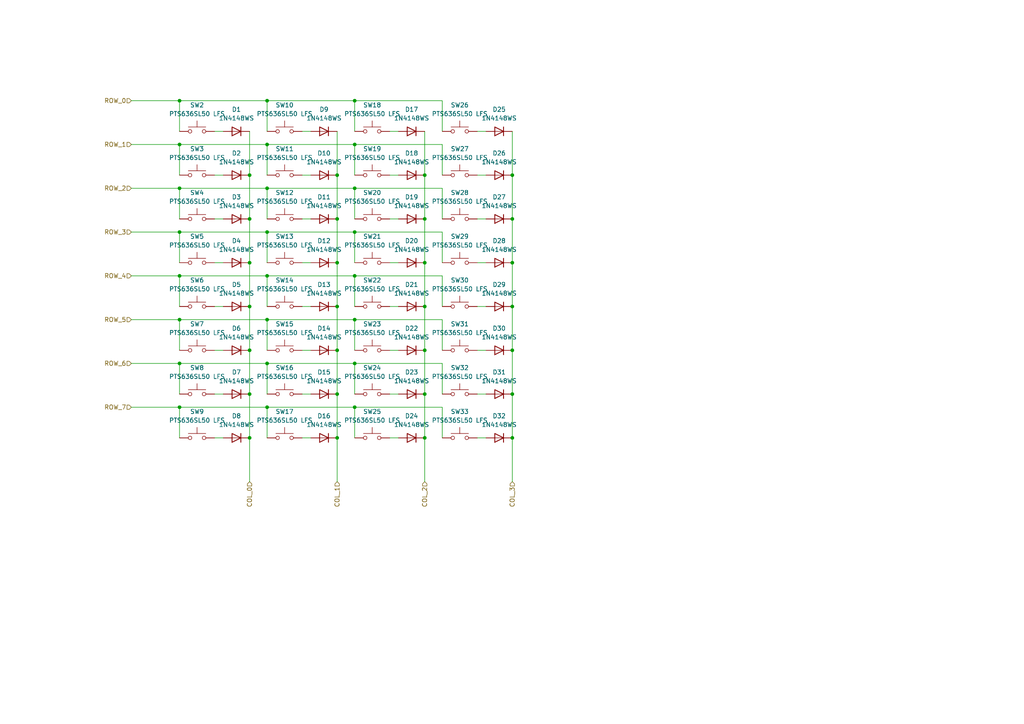
<source format=kicad_sch>
(kicad_sch (version 20250114) (generator "eeschema") (generator_version "9.0")
  (paper "A4")
  (lib_symbols
    (symbol "Device:D" (pin_numbers (hide yes)) (pin_names (offset 1.016) (hide yes))
      (property "Reference" "D" (at 0 2.54 0))
      (property "Value" "D" (at 0 -2.54 0))
      (symbol "D_0_1"
        (polyline (pts (xy -1.27 1.27) (xy -1.27 -1.27)) (stroke (width 0.254)))
        (polyline (pts (xy 1.27 1.27) (xy 1.27 -1.27) (xy -1.27 0) (xy 1.27 1.27)) (stroke (width 0.254)))
        (polyline (pts (xy 1.27 0) (xy -1.27 0)))
      )
      (symbol "D_1_1"
        (pin passive line (at -3.81 0 0) (length 2.54) (name "K") (number "1"))
        (pin passive line (at 3.81 0 180) (length 2.54) (name "A") (number "2"))
      )
    )
    (symbol "Switch:SW_Push" (pin_numbers (hide yes)) (pin_names (offset 1.016) (hide yes))
      (property "Reference" "SW" (at 1.27 2.54 0))
      (property "Value" "SW_Push" (at 0 -1.524 0))
      (symbol "SW_Push_0_1"
        (circle (center -2.032 0) (radius 0.508))
        (polyline (pts (xy 0 1.27) (xy 0 3.048)))
        (circle (center 2.032 0) (radius 0.508))
        (polyline (pts (xy 2.54 1.27) (xy -2.54 1.27)))
        (pin passive line (at -5.08 0 0) (length 2.54) (name "1") (number "1"))
        (pin passive line (at 5.08 0 180) (length 2.54) (name "2") (number "2"))
      )
    )
  )
  (junction (at 97.79 63.5))
  (junction (at 97.79 88.9))
  (junction (at 97.79 76.2))
  (junction (at 97.79 101.6))
  (junction (at 52.07 118.11))
  (junction (at 123.19 76.2))
  (junction (at 52.07 92.71))
  (junction (at 72.39 63.5))
  (junction (at 123.19 101.6))
  (junction (at 148.59 63.5))
  (junction (at 123.19 50.8))
  (junction (at 52.07 54.61))
  (junction (at 52.07 80.01))
  (junction (at 148.59 114.3))
  (junction (at 123.19 63.5))
  (junction (at 77.47 118.11))
  (junction (at 77.47 67.31))
  (junction (at 102.87 67.31))
  (junction (at 72.39 101.6))
  (junction (at 77.47 92.71))
  (junction (at 77.47 80.01))
  (junction (at 123.19 88.9))
  (junction (at 123.19 127))
  (junction (at 72.39 114.3))
  (junction (at 77.47 41.91))
  (junction (at 102.87 92.71))
  (junction (at 77.47 105.41))
  (junction (at 123.19 114.3))
  (junction (at 77.47 54.61))
  (junction (at 72.39 76.2))
  (junction (at 148.59 101.6))
  (junction (at 102.87 118.11))
  (junction (at 52.07 41.91))
  (junction (at 102.87 80.01))
  (junction (at 72.39 50.8))
  (junction (at 102.87 41.91))
  (junction (at 148.59 88.9))
  (junction (at 97.79 114.3))
  (junction (at 77.47 29.21))
  (junction (at 148.59 127))
  (junction (at 97.79 50.8))
  (junction (at 148.59 76.2))
  (junction (at 102.87 54.61))
  (junction (at 52.07 67.31))
  (junction (at 102.87 105.41))
  (junction (at 72.39 127))
  (junction (at 97.79 127))
  (junction (at 52.07 105.41))
  (junction (at 72.39 88.9))
  (junction (at 52.07 29.21))
  (junction (at 102.87 29.21))
  (junction (at 148.59 50.8))
  (wire (pts (xy 87.63 127) (xy 90.17 127)))
  (wire (pts (xy 102.87 92.71) (xy 128.27 92.71)))
  (wire (pts (xy 52.07 105.41) (xy 52.07 114.3)))
  (wire (pts (xy 52.07 105.41) (xy 77.47 105.41)))
  (wire (pts (xy 123.19 127) (xy 123.19 139.7)))
  (wire (pts (xy 123.19 88.9) (xy 123.19 101.6)))
  (wire (pts (xy 62.23 114.3) (xy 64.77 114.3)))
  (wire (pts (xy 102.87 67.31) (xy 128.27 67.31)))
  (wire (pts (xy 113.03 63.5) (xy 115.57 63.5)))
  (wire (pts (xy 138.43 50.8) (xy 140.97 50.8)))
  (wire (pts (xy 138.43 76.2) (xy 140.97 76.2)))
  (wire (pts (xy 138.43 38.1) (xy 140.97 38.1)))
  (wire (pts (xy 77.47 80.01) (xy 77.47 88.9)))
  (wire (pts (xy 38.1 80.01) (xy 52.07 80.01)))
  (wire (pts (xy 62.23 88.9) (xy 64.77 88.9)))
  (wire (pts (xy 123.19 38.1) (xy 123.19 50.8)))
  (wire (pts (xy 62.23 127) (xy 64.77 127)))
  (wire (pts (xy 97.79 127) (xy 97.79 139.7)))
  (wire (pts (xy 113.03 127) (xy 115.57 127)))
  (wire (pts (xy 113.03 76.2) (xy 115.57 76.2)))
  (wire (pts (xy 77.47 54.61) (xy 77.47 63.5)))
  (wire (pts (xy 128.27 118.11) (xy 128.27 127)))
  (wire (pts (xy 77.47 92.71) (xy 102.87 92.71)))
  (wire (pts (xy 72.39 38.1) (xy 72.39 50.8)))
  (wire (pts (xy 52.07 41.91) (xy 52.07 50.8)))
  (wire (pts (xy 102.87 67.31) (xy 102.87 76.2)))
  (wire (pts (xy 138.43 63.5) (xy 140.97 63.5)))
  (wire (pts (xy 128.27 67.31) (xy 128.27 76.2)))
  (wire (pts (xy 102.87 105.41) (xy 102.87 114.3)))
  (wire (pts (xy 38.1 118.11) (xy 52.07 118.11)))
  (wire (pts (xy 62.23 63.5) (xy 64.77 63.5)))
  (wire (pts (xy 38.1 105.41) (xy 52.07 105.41)))
  (wire (pts (xy 87.63 101.6) (xy 90.17 101.6)))
  (wire (pts (xy 87.63 38.1) (xy 90.17 38.1)))
  (wire (pts (xy 113.03 101.6) (xy 115.57 101.6)))
  (wire (pts (xy 102.87 80.01) (xy 128.27 80.01)))
  (wire (pts (xy 38.1 41.91) (xy 52.07 41.91)))
  (wire (pts (xy 52.07 118.11) (xy 52.07 127)))
  (wire (pts (xy 102.87 118.11) (xy 102.87 127)))
  (wire (pts (xy 102.87 41.91) (xy 102.87 50.8)))
  (wire (pts (xy 77.47 80.01) (xy 102.87 80.01)))
  (wire (pts (xy 123.19 114.3) (xy 123.19 127)))
  (wire (pts (xy 87.63 63.5) (xy 90.17 63.5)))
  (wire (pts (xy 148.59 38.1) (xy 148.59 50.8)))
  (wire (pts (xy 77.47 29.21) (xy 77.47 38.1)))
  (wire (pts (xy 38.1 92.71) (xy 52.07 92.71)))
  (wire (pts (xy 52.07 92.71) (xy 77.47 92.71)))
  (wire (pts (xy 52.07 92.71) (xy 52.07 101.6)))
  (wire (pts (xy 97.79 114.3) (xy 97.79 127)))
  (wire (pts (xy 87.63 114.3) (xy 90.17 114.3)))
  (wire (pts (xy 77.47 118.11) (xy 102.87 118.11)))
  (wire (pts (xy 113.03 114.3) (xy 115.57 114.3)))
  (wire (pts (xy 128.27 92.71) (xy 128.27 101.6)))
  (wire (pts (xy 102.87 29.21) (xy 128.27 29.21)))
  (wire (pts (xy 52.07 54.61) (xy 52.07 63.5)))
  (wire (pts (xy 52.07 29.21) (xy 77.47 29.21)))
  (wire (pts (xy 72.39 50.8) (xy 72.39 63.5)))
  (wire (pts (xy 52.07 41.91) (xy 77.47 41.91)))
  (wire (pts (xy 102.87 118.11) (xy 128.27 118.11)))
  (wire (pts (xy 97.79 76.2) (xy 97.79 88.9)))
  (wire (pts (xy 128.27 105.41) (xy 128.27 114.3)))
  (wire (pts (xy 77.47 29.21) (xy 102.87 29.21)))
  (wire (pts (xy 72.39 88.9) (xy 72.39 101.6)))
  (wire (pts (xy 77.47 118.11) (xy 77.47 127)))
  (wire (pts (xy 123.19 76.2) (xy 123.19 88.9)))
  (wire (pts (xy 128.27 41.91) (xy 128.27 50.8)))
  (wire (pts (xy 102.87 80.01) (xy 102.87 88.9)))
  (wire (pts (xy 62.23 38.1) (xy 64.77 38.1)))
  (wire (pts (xy 52.07 80.01) (xy 52.07 88.9)))
  (wire (pts (xy 72.39 63.5) (xy 72.39 76.2)))
  (wire (pts (xy 52.07 80.01) (xy 77.47 80.01)))
  (wire (pts (xy 62.23 50.8) (xy 64.77 50.8)))
  (wire (pts (xy 52.07 118.11) (xy 77.47 118.11)))
  (wire (pts (xy 138.43 101.6) (xy 140.97 101.6)))
  (wire (pts (xy 148.59 127) (xy 148.59 139.7)))
  (wire (pts (xy 138.43 127) (xy 140.97 127)))
  (wire (pts (xy 148.59 76.2) (xy 148.59 88.9)))
  (wire (pts (xy 77.47 92.71) (xy 77.47 101.6)))
  (wire (pts (xy 102.87 54.61) (xy 128.27 54.61)))
  (wire (pts (xy 128.27 80.01) (xy 128.27 88.9)))
  (wire (pts (xy 97.79 63.5) (xy 97.79 76.2)))
  (wire (pts (xy 77.47 41.91) (xy 77.47 50.8)))
  (wire (pts (xy 38.1 29.21) (xy 52.07 29.21)))
  (wire (pts (xy 128.27 54.61) (xy 128.27 63.5)))
  (wire (pts (xy 77.47 41.91) (xy 102.87 41.91)))
  (wire (pts (xy 123.19 50.8) (xy 123.19 63.5)))
  (wire (pts (xy 97.79 50.8) (xy 97.79 63.5)))
  (wire (pts (xy 102.87 54.61) (xy 102.87 63.5)))
  (wire (pts (xy 38.1 67.31) (xy 52.07 67.31)))
  (wire (pts (xy 128.27 29.21) (xy 128.27 38.1)))
  (wire (pts (xy 62.23 101.6) (xy 64.77 101.6)))
  (wire (pts (xy 87.63 88.9) (xy 90.17 88.9)))
  (wire (pts (xy 123.19 63.5) (xy 123.19 76.2)))
  (wire (pts (xy 77.47 67.31) (xy 77.47 76.2)))
  (wire (pts (xy 77.47 105.41) (xy 77.47 114.3)))
  (wire (pts (xy 87.63 76.2) (xy 90.17 76.2)))
  (wire (pts (xy 38.1 54.61) (xy 52.07 54.61)))
  (wire (pts (xy 87.63 50.8) (xy 90.17 50.8)))
  (wire (pts (xy 148.59 114.3) (xy 148.59 127)))
  (wire (pts (xy 72.39 76.2) (xy 72.39 88.9)))
  (wire (pts (xy 148.59 50.8) (xy 148.59 63.5)))
  (wire (pts (xy 52.07 67.31) (xy 77.47 67.31)))
  (wire (pts (xy 148.59 101.6) (xy 148.59 114.3)))
  (wire (pts (xy 97.79 101.6) (xy 97.79 114.3)))
  (wire (pts (xy 102.87 92.71) (xy 102.87 101.6)))
  (wire (pts (xy 72.39 127) (xy 72.39 139.7)))
  (wire (pts (xy 113.03 38.1) (xy 115.57 38.1)))
  (wire (pts (xy 72.39 114.3) (xy 72.39 127)))
  (wire (pts (xy 72.39 101.6) (xy 72.39 114.3)))
  (wire (pts (xy 113.03 88.9) (xy 115.57 88.9)))
  (wire (pts (xy 77.47 54.61) (xy 102.87 54.61)))
  (wire (pts (xy 148.59 63.5) (xy 148.59 76.2)))
  (wire (pts (xy 138.43 88.9) (xy 140.97 88.9)))
  (wire (pts (xy 62.23 76.2) (xy 64.77 76.2)))
  (wire (pts (xy 102.87 29.21) (xy 102.87 38.1)))
  (wire (pts (xy 52.07 54.61) (xy 77.47 54.61)))
  (wire (pts (xy 97.79 88.9) (xy 97.79 101.6)))
  (wire (pts (xy 52.07 29.21) (xy 52.07 38.1)))
  (wire (pts (xy 102.87 41.91) (xy 128.27 41.91)))
  (wire (pts (xy 113.03 50.8) (xy 115.57 50.8)))
  (wire (pts (xy 102.87 105.41) (xy 128.27 105.41)))
  (wire (pts (xy 52.07 67.31) (xy 52.07 76.2)))
  (wire (pts (xy 77.47 105.41) (xy 102.87 105.41)))
  (wire (pts (xy 148.59 88.9) (xy 148.59 101.6)))
  (wire (pts (xy 138.43 114.3) (xy 140.97 114.3)))
  (wire (pts (xy 123.19 101.6) (xy 123.19 114.3)))
  (wire (pts (xy 77.47 67.31) (xy 102.87 67.31)))
  (wire (pts (xy 97.79 38.1) (xy 97.79 50.8)))
  (hierarchical_label "ROW_6" (shape input) (at 38.1 105.41 180))
  (hierarchical_label "ROW_5" (shape input) (at 38.1 92.71 180))
  (hierarchical_label "ROW_4" (shape input) (at 38.1 80.01 180))
  (hierarchical_label "COL_0" (shape input) (at 72.39 139.7 270))
  (hierarchical_label "ROW_0" (shape input) (at 38.1 29.21 180))
  (hierarchical_label "COL_3" (shape input) (at 148.59 139.7 270))
  (hierarchical_label "ROW_7" (shape input) (at 38.1 118.11 180))
  (hierarchical_label "ROW_1" (shape input) (at 38.1 41.91 180))
  (hierarchical_label "ROW_3" (shape input) (at 38.1 67.31 180))
  (hierarchical_label "COL_2" (shape input) (at 123.19 139.7 270))
  (hierarchical_label "ROW_2" (shape input) (at 38.1 54.61 180))
  (hierarchical_label "COL_1" (shape input) (at 97.79 139.7 270))
  (symbol (lib_id "Switch:SW_Push") (at 82.55 63.5 0) (unit 1)
    (property "Reference" "SW12" (at 82.55 55.88 0))
    (property "Value" "PTS636SL50 LFS" (at 82.55 58.42 0))
    (property "Footprint" "PTS636SL50LFS:PTS636SL50LFS" (effects (hide yes)))
    (property "Description" "Push button switch, generic, two pins" (effects (hide yes)))
  )
  (symbol (lib_id "Switch:SW_Push") (at 82.55 101.6 0) (unit 1)
    (property "Reference" "SW15" (at 82.55 93.98 0))
    (property "Value" "PTS636SL50 LFS" (at 82.55 96.52 0))
    (property "Footprint" "PTS636SL50LFS:PTS636SL50LFS" (effects (hide yes)))
    (property "Description" "Push button switch, generic, two pins" (effects (hide yes)))
  )
  (symbol (lib_id "Switch:SW_Push") (at 57.15 88.9 0) (unit 1)
    (property "Reference" "SW6" (at 57.15 81.28 0))
    (property "Value" "PTS636SL50 LFS" (at 57.15 83.82 0))
    (property "Footprint" "PTS636SL50LFS:PTS636SL50LFS" (effects (hide yes)))
    (property "Description" "Push button switch, generic, two pins" (effects (hide yes)))
  )
  (symbol (lib_id "Switch:SW_Push") (at 133.35 114.3 0) (unit 1)
    (property "Reference" "SW32" (at 133.35 106.68 0))
    (property "Value" "PTS636SL50 LFS" (at 133.35 109.22 0))
    (property "Footprint" "PTS636SL50LFS:PTS636SL50LFS" (effects (hide yes)))
    (property "Description" "Push button switch, generic, two pins" (effects (hide yes)))
  )
  (symbol (lib_id "Device:D") (at 144.78 38.1 180) (unit 1)
    (property "Reference" "D25" (at 144.78 31.75 0))
    (property "Value" "1N4148WS" (at 144.78 34.29 0))
    (property "Footprint" "Diode_SMD:D_SOD-323" (effects (hide yes)))
    (property "Description" "Diode" (effects (hide yes)))
    (property "Sim.Device" "D" (effects (hide yes)))
    (property "Sim.Pins" "1=K 2=A" (effects (hide yes)))
  )
  (symbol (lib_id "Device:D") (at 93.98 88.9 180) (unit 1)
    (property "Reference" "D13" (at 93.98 82.55 0))
    (property "Value" "1N4148WS" (at 93.98 85.09 0))
    (property "Footprint" "Diode_SMD:D_SOD-323" (effects (hide yes)))
    (property "Description" "Diode" (effects (hide yes)))
    (property "Sim.Device" "D" (effects (hide yes)))
    (property "Sim.Pins" "1=K 2=A" (effects (hide yes)))
  )
  (symbol (lib_id "Switch:SW_Push") (at 133.35 101.6 0) (unit 1)
    (property "Reference" "SW31" (at 133.35 93.98 0))
    (property "Value" "PTS636SL50 LFS" (at 133.35 96.52 0))
    (property "Footprint" "PTS636SL50LFS:PTS636SL50LFS" (effects (hide yes)))
    (property "Description" "Push button switch, generic, two pins" (effects (hide yes)))
  )
  (symbol (lib_id "Device:D") (at 144.78 88.9 180) (unit 1)
    (property "Reference" "D29" (at 144.78 82.55 0))
    (property "Value" "1N4148WS" (at 144.78 85.09 0))
    (property "Footprint" "Diode_SMD:D_SOD-323" (effects (hide yes)))
    (property "Description" "Diode" (effects (hide yes)))
    (property "Sim.Device" "D" (effects (hide yes)))
    (property "Sim.Pins" "1=K 2=A" (effects (hide yes)))
  )
  (symbol (lib_id "Device:D") (at 93.98 101.6 180) (unit 1)
    (property "Reference" "D14" (at 93.98 95.25 0))
    (property "Value" "1N4148WS" (at 93.98 97.79 0))
    (property "Footprint" "Diode_SMD:D_SOD-323" (effects (hide yes)))
    (property "Description" "Diode" (effects (hide yes)))
    (property "Sim.Device" "D" (effects (hide yes)))
    (property "Sim.Pins" "1=K 2=A" (effects (hide yes)))
  )
  (symbol (lib_id "Device:D") (at 68.58 38.1 180) (unit 1)
    (property "Reference" "D1" (at 68.58 31.75 0))
    (property "Value" "1N4148WS" (at 68.58 34.29 0))
    (property "Footprint" "Diode_SMD:D_SOD-323" (effects (hide yes)))
    (property "Description" "Diode" (effects (hide yes)))
    (property "Sim.Device" "D" (effects (hide yes)))
    (property "Sim.Pins" "1=K 2=A" (effects (hide yes)))
  )
  (symbol (lib_id "Switch:SW_Push") (at 107.95 63.5 0) (unit 1)
    (property "Reference" "SW20" (at 107.95 55.88 0))
    (property "Value" "PTS636SL50 LFS" (at 107.95 58.42 0))
    (property "Footprint" "PTS636SL50LFS:PTS636SL50LFS" (effects (hide yes)))
    (property "Description" "Push button switch, generic, two pins" (effects (hide yes)))
  )
  (symbol (lib_id "Device:D") (at 68.58 76.2 180) (unit 1)
    (property "Reference" "D4" (at 68.58 69.85 0))
    (property "Value" "1N4148WS" (at 68.58 72.39 0))
    (property "Footprint" "Diode_SMD:D_SOD-323" (effects (hide yes)))
    (property "Description" "Diode" (effects (hide yes)))
    (property "Sim.Device" "D" (effects (hide yes)))
    (property "Sim.Pins" "1=K 2=A" (effects (hide yes)))
  )
  (symbol (lib_id "Device:D") (at 93.98 38.1 180) (unit 1)
    (property "Reference" "D9" (at 93.98 31.75 0))
    (property "Value" "1N4148WS" (at 93.98 34.29 0))
    (property "Footprint" "Diode_SMD:D_SOD-323" (effects (hide yes)))
    (property "Description" "Diode" (effects (hide yes)))
    (property "Sim.Device" "D" (effects (hide yes)))
    (property "Sim.Pins" "1=K 2=A" (effects (hide yes)))
  )
  (symbol (lib_id "Device:D") (at 93.98 76.2 180) (unit 1)
    (property "Reference" "D12" (at 93.98 69.85 0))
    (property "Value" "1N4148WS" (at 93.98 72.39 0))
    (property "Footprint" "Diode_SMD:D_SOD-323" (effects (hide yes)))
    (property "Description" "Diode" (effects (hide yes)))
    (property "Sim.Device" "D" (effects (hide yes)))
    (property "Sim.Pins" "1=K 2=A" (effects (hide yes)))
  )
  (symbol (lib_id "Switch:SW_Push") (at 82.55 38.1 0) (unit 1)
    (property "Reference" "SW10" (at 82.55 30.48 0))
    (property "Value" "PTS636SL50 LFS" (at 82.55 33.02 0))
    (property "Footprint" "PTS636SL50LFS:PTS636SL50LFS" (effects (hide yes)))
    (property "Description" "Push button switch, generic, two pins" (effects (hide yes)))
  )
  (symbol (lib_id "Device:D") (at 119.38 88.9 180) (unit 1)
    (property "Reference" "D21" (at 119.38 82.55 0))
    (property "Value" "1N4148WS" (at 119.38 85.09 0))
    (property "Footprint" "Diode_SMD:D_SOD-323" (effects (hide yes)))
    (property "Description" "Diode" (effects (hide yes)))
    (property "Sim.Device" "D" (effects (hide yes)))
    (property "Sim.Pins" "1=K 2=A" (effects (hide yes)))
  )
  (symbol (lib_id "Device:D") (at 119.38 50.8 180) (unit 1)
    (property "Reference" "D18" (at 119.38 44.45 0))
    (property "Value" "1N4148WS" (at 119.38 46.99 0))
    (property "Footprint" "Diode_SMD:D_SOD-323" (effects (hide yes)))
    (property "Description" "Diode" (effects (hide yes)))
    (property "Sim.Device" "D" (effects (hide yes)))
    (property "Sim.Pins" "1=K 2=A" (effects (hide yes)))
  )
  (symbol (lib_id "Switch:SW_Push") (at 133.35 63.5 0) (unit 1)
    (property "Reference" "SW28" (at 133.35 55.88 0))
    (property "Value" "PTS636SL50 LFS" (at 133.35 58.42 0))
    (property "Footprint" "PTS636SL50LFS:PTS636SL50LFS" (effects (hide yes)))
    (property "Description" "Push button switch, generic, two pins" (effects (hide yes)))
  )
  (symbol (lib_id "Switch:SW_Push") (at 82.55 114.3 0) (unit 1)
    (property "Reference" "SW16" (at 82.55 106.68 0))
    (property "Value" "PTS636SL50 LFS" (at 82.55 109.22 0))
    (property "Footprint" "PTS636SL50LFS:PTS636SL50LFS" (effects (hide yes)))
    (property "Description" "Push button switch, generic, two pins" (effects (hide yes)))
  )
  (symbol (lib_id "Device:D") (at 68.58 114.3 180) (unit 1)
    (property "Reference" "D7" (at 68.58 107.95 0))
    (property "Value" "1N4148WS" (at 68.58 110.49 0))
    (property "Footprint" "Diode_SMD:D_SOD-323" (effects (hide yes)))
    (property "Description" "Diode" (effects (hide yes)))
    (property "Sim.Device" "D" (effects (hide yes)))
    (property "Sim.Pins" "1=K 2=A" (effects (hide yes)))
  )
  (symbol (lib_id "Device:D") (at 119.38 101.6 180) (unit 1)
    (property "Reference" "D22" (at 119.38 95.25 0))
    (property "Value" "1N4148WS" (at 119.38 97.79 0))
    (property "Footprint" "Diode_SMD:D_SOD-323" (effects (hide yes)))
    (property "Description" "Diode" (effects (hide yes)))
    (property "Sim.Device" "D" (effects (hide yes)))
    (property "Sim.Pins" "1=K 2=A" (effects (hide yes)))
  )
  (symbol (lib_id "Switch:SW_Push") (at 57.15 101.6 0) (unit 1)
    (property "Reference" "SW7" (at 57.15 93.98 0))
    (property "Value" "PTS636SL50 LFS" (at 57.15 96.52 0))
    (property "Footprint" "PTS636SL50LFS:PTS636SL50LFS" (effects (hide yes)))
    (property "Description" "Push button switch, generic, two pins" (effects (hide yes)))
  )
  (symbol (lib_id "Device:D") (at 93.98 50.8 180) (unit 1)
    (property "Reference" "D10" (at 93.98 44.45 0))
    (property "Value" "1N4148WS" (at 93.98 46.99 0))
    (property "Footprint" "Diode_SMD:D_SOD-323" (effects (hide yes)))
    (property "Description" "Diode" (effects (hide yes)))
    (property "Sim.Device" "D" (effects (hide yes)))
    (property "Sim.Pins" "1=K 2=A" (effects (hide yes)))
  )
  (symbol (lib_id "Switch:SW_Push") (at 107.95 114.3 0) (unit 1)
    (property "Reference" "SW24" (at 107.95 106.68 0))
    (property "Value" "PTS636SL50 LFS" (at 107.95 109.22 0))
    (property "Footprint" "PTS636SL50LFS:PTS636SL50LFS" (effects (hide yes)))
    (property "Description" "Push button switch, generic, two pins" (effects (hide yes)))
  )
  (symbol (lib_id "Switch:SW_Push") (at 133.35 127 0) (unit 1)
    (property "Reference" "SW33" (at 133.35 119.38 0))
    (property "Value" "PTS636SL50 LFS" (at 133.35 121.92 0))
    (property "Footprint" "PTS636SL50LFS:PTS636SL50LFS" (effects (hide yes)))
    (property "Description" "Push button switch, generic, two pins" (effects (hide yes)))
  )
  (symbol (lib_id "Device:D") (at 119.38 114.3 180) (unit 1)
    (property "Reference" "D23" (at 119.38 107.95 0))
    (property "Value" "1N4148WS" (at 119.38 110.49 0))
    (property "Footprint" "Diode_SMD:D_SOD-323" (effects (hide yes)))
    (property "Description" "Diode" (effects (hide yes)))
    (property "Sim.Device" "D" (effects (hide yes)))
    (property "Sim.Pins" "1=K 2=A" (effects (hide yes)))
  )
  (symbol (lib_id "Device:D") (at 144.78 76.2 180) (unit 1)
    (property "Reference" "D28" (at 144.78 69.85 0))
    (property "Value" "1N4148WS" (at 144.78 72.39 0))
    (property "Footprint" "Diode_SMD:D_SOD-323" (effects (hide yes)))
    (property "Description" "Diode" (effects (hide yes)))
    (property "Sim.Device" "D" (effects (hide yes)))
    (property "Sim.Pins" "1=K 2=A" (effects (hide yes)))
  )
  (symbol (lib_id "Switch:SW_Push") (at 57.15 127 0) (unit 1)
    (property "Reference" "SW9" (at 57.15 119.38 0))
    (property "Value" "PTS636SL50 LFS" (at 57.15 121.92 0))
    (property "Footprint" "PTS636SL50LFS:PTS636SL50LFS" (effects (hide yes)))
    (property "Description" "Push button switch, generic, two pins" (effects (hide yes)))
  )
  (symbol (lib_id "Switch:SW_Push") (at 82.55 127 0) (unit 1)
    (property "Reference" "SW17" (at 82.55 119.38 0))
    (property "Value" "PTS636SL50 LFS" (at 82.55 121.92 0))
    (property "Footprint" "PTS636SL50LFS:PTS636SL50LFS" (effects (hide yes)))
    (property "Description" "Push button switch, generic, two pins" (effects (hide yes)))
  )
  (symbol (lib_id "Device:D") (at 68.58 88.9 180) (unit 1)
    (property "Reference" "D5" (at 68.58 82.55 0))
    (property "Value" "1N4148WS" (at 68.58 85.09 0))
    (property "Footprint" "Diode_SMD:D_SOD-323" (effects (hide yes)))
    (property "Description" "Diode" (effects (hide yes)))
    (property "Sim.Device" "D" (effects (hide yes)))
    (property "Sim.Pins" "1=K 2=A" (effects (hide yes)))
  )
  (symbol (lib_id "Switch:SW_Push") (at 82.55 50.8 0) (unit 1)
    (property "Reference" "SW11" (at 82.55 43.18 0))
    (property "Value" "PTS636SL50 LFS" (at 82.55 45.72 0))
    (property "Footprint" "PTS636SL50LFS:PTS636SL50LFS" (effects (hide yes)))
    (property "Description" "Push button switch, generic, two pins" (effects (hide yes)))
  )
  (symbol (lib_id "Switch:SW_Push") (at 133.35 38.1 0) (unit 1)
    (property "Reference" "SW26" (at 133.35 30.48 0))
    (property "Value" "PTS636SL50 LFS" (at 133.35 33.02 0))
    (property "Footprint" "PTS636SL50LFS:PTS636SL50LFS" (effects (hide yes)))
    (property "Description" "Push button switch, generic, two pins" (effects (hide yes)))
  )
  (symbol (lib_id "Switch:SW_Push") (at 57.15 76.2 0) (unit 1)
    (property "Reference" "SW5" (at 57.15 68.58 0))
    (property "Value" "PTS636SL50 LFS" (at 57.15 71.12 0))
    (property "Footprint" "PTS636SL50LFS:PTS636SL50LFS" (effects (hide yes)))
    (property "Description" "Push button switch, generic, two pins" (effects (hide yes)))
  )
  (symbol (lib_id "Device:D") (at 93.98 63.5 180) (unit 1)
    (property "Reference" "D11" (at 93.98 57.15 0))
    (property "Value" "1N4148WS" (at 93.98 59.69 0))
    (property "Footprint" "Diode_SMD:D_SOD-323" (effects (hide yes)))
    (property "Description" "Diode" (effects (hide yes)))
    (property "Sim.Device" "D" (effects (hide yes)))
    (property "Sim.Pins" "1=K 2=A" (effects (hide yes)))
  )
  (symbol (lib_id "Switch:SW_Push") (at 82.55 76.2 0) (unit 1)
    (property "Reference" "SW13" (at 82.55 68.58 0))
    (property "Value" "PTS636SL50 LFS" (at 82.55 71.12 0))
    (property "Footprint" "PTS636SL50LFS:PTS636SL50LFS" (effects (hide yes)))
    (property "Description" "Push button switch, generic, two pins" (effects (hide yes)))
  )
  (symbol (lib_id "Device:D") (at 119.38 38.1 180) (unit 1)
    (property "Reference" "D17" (at 119.38 31.75 0))
    (property "Value" "1N4148WS" (at 119.38 34.29 0))
    (property "Footprint" "Diode_SMD:D_SOD-323" (effects (hide yes)))
    (property "Description" "Diode" (effects (hide yes)))
    (property "Sim.Device" "D" (effects (hide yes)))
    (property "Sim.Pins" "1=K 2=A" (effects (hide yes)))
  )
  (symbol (lib_id "Switch:SW_Push") (at 107.95 88.9 0) (unit 1)
    (property "Reference" "SW22" (at 107.95 81.28 0))
    (property "Value" "PTS636SL50 LFS" (at 107.95 83.82 0))
    (property "Footprint" "PTS636SL50LFS:PTS636SL50LFS" (effects (hide yes)))
    (property "Description" "Push button switch, generic, two pins" (effects (hide yes)))
  )
  (symbol (lib_id "Device:D") (at 68.58 50.8 180) (unit 1)
    (property "Reference" "D2" (at 68.58 44.45 0))
    (property "Value" "1N4148WS" (at 68.58 46.99 0))
    (property "Footprint" "Diode_SMD:D_SOD-323" (effects (hide yes)))
    (property "Description" "Diode" (effects (hide yes)))
    (property "Sim.Device" "D" (effects (hide yes)))
    (property "Sim.Pins" "1=K 2=A" (effects (hide yes)))
  )
  (symbol (lib_id "Device:D") (at 144.78 114.3 180) (unit 1)
    (property "Reference" "D31" (at 144.78 107.95 0))
    (property "Value" "1N4148WS" (at 144.78 110.49 0))
    (property "Footprint" "Diode_SMD:D_SOD-323" (effects (hide yes)))
    (property "Description" "Diode" (effects (hide yes)))
    (property "Sim.Device" "D" (effects (hide yes)))
    (property "Sim.Pins" "1=K 2=A" (effects (hide yes)))
  )
  (symbol (lib_id "Device:D") (at 144.78 101.6 180) (unit 1)
    (property "Reference" "D30" (at 144.78 95.25 0))
    (property "Value" "1N4148WS" (at 144.78 97.79 0))
    (property "Footprint" "Diode_SMD:D_SOD-323" (effects (hide yes)))
    (property "Description" "Diode" (effects (hide yes)))
    (property "Sim.Device" "D" (effects (hide yes)))
    (property "Sim.Pins" "1=K 2=A" (effects (hide yes)))
  )
  (symbol (lib_id "Device:D") (at 68.58 63.5 180) (unit 1)
    (property "Reference" "D3" (at 68.58 57.15 0))
    (property "Value" "1N4148WS" (at 68.58 59.69 0))
    (property "Footprint" "Diode_SMD:D_SOD-323" (effects (hide yes)))
    (property "Description" "Diode" (effects (hide yes)))
    (property "Sim.Device" "D" (effects (hide yes)))
    (property "Sim.Pins" "1=K 2=A" (effects (hide yes)))
  )
  (symbol (lib_id "Device:D") (at 68.58 101.6 180) (unit 1)
    (property "Reference" "D6" (at 68.58 95.25 0))
    (property "Value" "1N4148WS" (at 68.58 97.79 0))
    (property "Footprint" "Diode_SMD:D_SOD-323" (effects (hide yes)))
    (property "Description" "Diode" (effects (hide yes)))
    (property "Sim.Device" "D" (effects (hide yes)))
    (property "Sim.Pins" "1=K 2=A" (effects (hide yes)))
  )
  (symbol (lib_id "Device:D") (at 93.98 114.3 180) (unit 1)
    (property "Reference" "D15" (at 93.98 107.95 0))
    (property "Value" "1N4148WS" (at 93.98 110.49 0))
    (property "Footprint" "Diode_SMD:D_SOD-323" (effects (hide yes)))
    (property "Description" "Diode" (effects (hide yes)))
    (property "Sim.Device" "D" (effects (hide yes)))
    (property "Sim.Pins" "1=K 2=A" (effects (hide yes)))
  )
  (symbol (lib_id "Switch:SW_Push") (at 133.35 88.9 0) (unit 1)
    (property "Reference" "SW30" (at 133.35 81.28 0))
    (property "Value" "PTS636SL50 LFS" (at 133.35 83.82 0))
    (property "Footprint" "PTS636SL50LFS:PTS636SL50LFS" (effects (hide yes)))
    (property "Description" "Push button switch, generic, two pins" (effects (hide yes)))
  )
  (symbol (lib_id "Switch:SW_Push") (at 57.15 38.1 0) (unit 1)
    (property "Reference" "SW2" (at 57.15 30.48 0))
    (property "Value" "PTS636SL50 LFS" (at 57.15 33.02 0))
    (property "Footprint" "PTS636SL50LFS:PTS636SL50LFS" (effects (hide yes)))
    (property "Description" "Push button switch, generic, two pins" (effects (hide yes)))
  )
  (symbol (lib_id "Switch:SW_Push") (at 107.95 101.6 0) (unit 1)
    (property "Reference" "SW23" (at 107.95 93.98 0))
    (property "Value" "PTS636SL50 LFS" (at 107.95 96.52 0))
    (property "Footprint" "PTS636SL50LFS:PTS636SL50LFS" (effects (hide yes)))
    (property "Description" "Push button switch, generic, two pins" (effects (hide yes)))
  )
  (symbol (lib_id "Switch:SW_Push") (at 57.15 63.5 0) (unit 1)
    (property "Reference" "SW4" (at 57.15 55.88 0))
    (property "Value" "PTS636SL50 LFS" (at 57.15 58.42 0))
    (property "Footprint" "PTS636SL50LFS:PTS636SL50LFS" (effects (hide yes)))
    (property "Description" "Push button switch, generic, two pins" (effects (hide yes)))
  )
  (symbol (lib_id "Switch:SW_Push") (at 82.55 88.9 0) (unit 1)
    (property "Reference" "SW14" (at 82.55 81.28 0))
    (property "Value" "PTS636SL50 LFS" (at 82.55 83.82 0))
    (property "Footprint" "PTS636SL50LFS:PTS636SL50LFS" (effects (hide yes)))
    (property "Description" "Push button switch, generic, two pins" (effects (hide yes)))
  )
  (symbol (lib_id "Device:D") (at 144.78 127 180) (unit 1)
    (property "Reference" "D32" (at 144.78 120.65 0))
    (property "Value" "1N4148WS" (at 144.78 123.19 0))
    (property "Footprint" "Diode_SMD:D_SOD-323" (effects (hide yes)))
    (property "Description" "Diode" (effects (hide yes)))
    (property "Sim.Device" "D" (effects (hide yes)))
    (property "Sim.Pins" "1=K 2=A" (effects (hide yes)))
  )
  (symbol (lib_id "Switch:SW_Push") (at 107.95 38.1 0) (unit 1)
    (property "Reference" "SW18" (at 107.95 30.48 0))
    (property "Value" "PTS636SL50 LFS" (at 107.95 33.02 0))
    (property "Footprint" "PTS636SL50LFS:PTS636SL50LFS" (effects (hide yes)))
    (property "Description" "Push button switch, generic, two pins" (effects (hide yes)))
  )
  (symbol (lib_id "Switch:SW_Push") (at 107.95 76.2 0) (unit 1)
    (property "Reference" "SW21" (at 107.95 68.58 0))
    (property "Value" "PTS636SL50 LFS" (at 107.95 71.12 0))
    (property "Footprint" "PTS636SL50LFS:PTS636SL50LFS" (effects (hide yes)))
    (property "Description" "Push button switch, generic, two pins" (effects (hide yes)))
  )
  (symbol (lib_id "Switch:SW_Push") (at 107.95 50.8 0) (unit 1)
    (property "Reference" "SW19" (at 107.95 43.18 0))
    (property "Value" "PTS636SL50 LFS" (at 107.95 45.72 0))
    (property "Footprint" "PTS636SL50LFS:PTS636SL50LFS" (effects (hide yes)))
    (property "Description" "Push button switch, generic, two pins" (effects (hide yes)))
  )
  (symbol (lib_id "Device:D") (at 144.78 50.8 180) (unit 1)
    (property "Reference" "D26" (at 144.78 44.45 0))
    (property "Value" "1N4148WS" (at 144.78 46.99 0))
    (property "Footprint" "Diode_SMD:D_SOD-323" (effects (hide yes)))
    (property "Description" "Diode" (effects (hide yes)))
    (property "Sim.Device" "D" (effects (hide yes)))
    (property "Sim.Pins" "1=K 2=A" (effects (hide yes)))
  )
  (symbol (lib_id "Device:D") (at 119.38 127 180) (unit 1)
    (property "Reference" "D24" (at 119.38 120.65 0))
    (property "Value" "1N4148WS" (at 119.38 123.19 0))
    (property "Footprint" "Diode_SMD:D_SOD-323" (effects (hide yes)))
    (property "Description" "Diode" (effects (hide yes)))
    (property "Sim.Device" "D" (effects (hide yes)))
    (property "Sim.Pins" "1=K 2=A" (effects (hide yes)))
  )
  (symbol (lib_id "Switch:SW_Push") (at 57.15 50.8 0) (unit 1)
    (property "Reference" "SW3" (at 57.15 43.18 0))
    (property "Value" "PTS636SL50 LFS" (at 57.15 45.72 0))
    (property "Footprint" "PTS636SL50LFS:PTS636SL50LFS" (effects (hide yes)))
    (property "Description" "Push button switch, generic, two pins" (effects (hide yes)))
  )
  (symbol (lib_id "Switch:SW_Push") (at 57.15 114.3 0) (unit 1)
    (property "Reference" "SW8" (at 57.15 106.68 0))
    (property "Value" "PTS636SL50 LFS" (at 57.15 109.22 0))
    (property "Footprint" "PTS636SL50LFS:PTS636SL50LFS" (effects (hide yes)))
    (property "Description" "Push button switch, generic, two pins" (effects (hide yes)))
  )
  (symbol (lib_id "Switch:SW_Push") (at 107.95 127 0) (unit 1)
    (property "Reference" "SW25" (at 107.95 119.38 0))
    (property "Value" "PTS636SL50 LFS" (at 107.95 121.92 0))
    (property "Footprint" "PTS636SL50LFS:PTS636SL50LFS" (effects (hide yes)))
    (property "Description" "Push button switch, generic, two pins" (effects (hide yes)))
  )
  (symbol (lib_id "Switch:SW_Push") (at 133.35 76.2 0) (unit 1)
    (property "Reference" "SW29" (at 133.35 68.58 0))
    (property "Value" "PTS636SL50 LFS" (at 133.35 71.12 0))
    (property "Footprint" "PTS636SL50LFS:PTS636SL50LFS" (effects (hide yes)))
    (property "Description" "Push button switch, generic, two pins" (effects (hide yes)))
  )
  (symbol (lib_id "Device:D") (at 93.98 127 180) (unit 1)
    (property "Reference" "D16" (at 93.98 120.65 0))
    (property "Value" "1N4148WS" (at 93.98 123.19 0))
    (property "Footprint" "Diode_SMD:D_SOD-323" (effects (hide yes)))
    (property "Description" "Diode" (effects (hide yes)))
    (property "Sim.Device" "D" (effects (hide yes)))
    (property "Sim.Pins" "1=K 2=A" (effects (hide yes)))
  )
  (symbol (lib_id "Device:D") (at 68.58 127 180) (unit 1)
    (property "Reference" "D8" (at 68.58 120.65 0))
    (property "Value" "1N4148WS" (at 68.58 123.19 0))
    (property "Footprint" "Diode_SMD:D_SOD-323" (effects (hide yes)))
    (property "Description" "Diode" (effects (hide yes)))
    (property "Sim.Device" "D" (effects (hide yes)))
    (property "Sim.Pins" "1=K 2=A" (effects (hide yes)))
  )
  (symbol (lib_id "Device:D") (at 119.38 76.2 180) (unit 1)
    (property "Reference" "D20" (at 119.38 69.85 0))
    (property "Value" "1N4148WS" (at 119.38 72.39 0))
    (property "Footprint" "Diode_SMD:D_SOD-323" (effects (hide yes)))
    (property "Description" "Diode" (effects (hide yes)))
    (property "Sim.Device" "D" (effects (hide yes)))
    (property "Sim.Pins" "1=K 2=A" (effects (hide yes)))
  )
  (symbol (lib_id "Device:D") (at 144.78 63.5 180) (unit 1)
    (property "Reference" "D27" (at 144.78 57.15 0))
    (property "Value" "1N4148WS" (at 144.78 59.69 0))
    (property "Footprint" "Diode_SMD:D_SOD-323" (effects (hide yes)))
    (property "Description" "Diode" (effects (hide yes)))
    (property "Sim.Device" "D" (effects (hide yes)))
    (property "Sim.Pins" "1=K 2=A" (effects (hide yes)))
  )
  (symbol (lib_id "Device:D") (at 119.38 63.5 180) (unit 1)
    (property "Reference" "D19" (at 119.38 57.15 0))
    (property "Value" "1N4148WS" (at 119.38 59.69 0))
    (property "Footprint" "Diode_SMD:D_SOD-323" (effects (hide yes)))
    (property "Description" "Diode" (effects (hide yes)))
    (property "Sim.Device" "D" (effects (hide yes)))
    (property "Sim.Pins" "1=K 2=A" (effects (hide yes)))
  )
  (symbol (lib_id "Switch:SW_Push") (at 133.35 50.8 0) (unit 1)
    (property "Reference" "SW27" (at 133.35 43.18 0))
    (property "Value" "PTS636SL50 LFS" (at 133.35 45.72 0))
    (property "Footprint" "PTS636SL50LFS:PTS636SL50LFS" (effects (hide yes)))
    (property "Description" "Push button switch, generic, two pins" (effects (hide yes)))
  )
)
</source>
